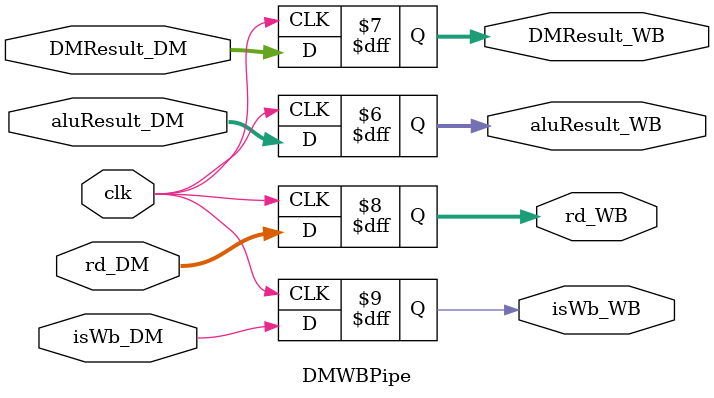
<source format=v>
`timescale 1ns / 1ps


module DMWBPipe(
    input clk,
    input [31:0] aluResult_DM,
    output reg [31:0] aluResult_WB = 0,
    input [31:0] DMResult_DM,
    output reg [31:0] DMResult_WB = 0,
    //Forwarding
    input [4 : 0] rd_DM,
    output reg [4:0] rd_WB = 0,
    input isWb_DM,
    output reg isWb_WB = 0
    );
    
    always@(posedge clk)begin
        aluResult_WB <= aluResult_DM;
        DMResult_WB <= DMResult_DM;
        //Forwarding
        rd_WB <= rd_DM;
        isWb_WB <= isWb_DM;
    end
endmodule

</source>
